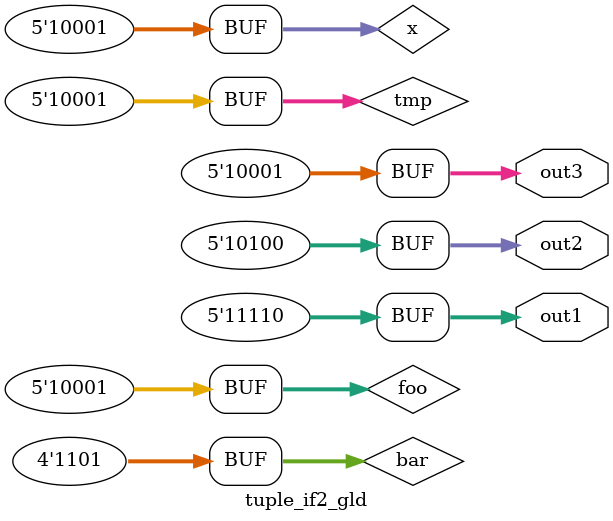
<source format=v>
module tuple_if2_gld (
  output [4:0] out1,
  output [4:0] out2,
  output [4:0] out3
);

wire [3:0] bar = 3'd7 == 3'd7 ? 4'd13 : 3'd4;
wire [4:0] foo = 3'd7 == 3'd7 ? 5'd17 : 3'd7;
assign out1 = bar + foo;

wire [4:0] tmp = 3'd7 == 3'd7 ? 5'd17 : 3'd7;
assign out2 = 3 + tmp;


wire [4:0] x = 3'd7 == 3'd7 ? 5'd17 : 2'd2;
assign out3 = x;


endmodule

</source>
